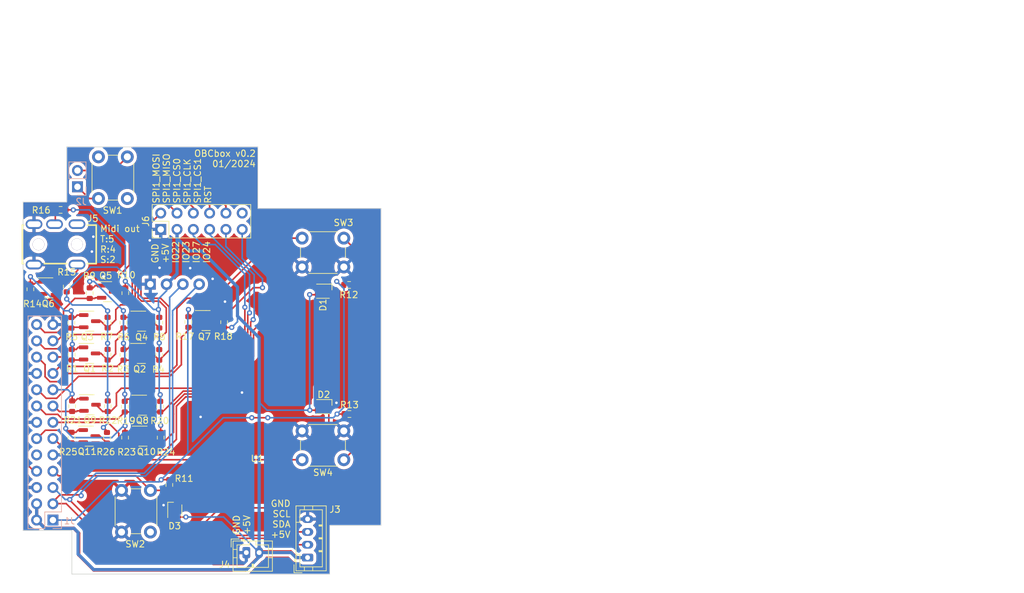
<source format=kicad_pcb>
(kicad_pcb (version 20221018) (generator pcbnew)
  (layers (0 "F.Cu" signal) (31 "B.Cu" signal) (34 "B.Paste" user) (35 "F.Paste" user) (36 "B.SilkS" user "B.Silkscreen") (37 "F.SilkS" user "F.Silkscreen") (38 "B.Mask" user) (39 "F.Mask" user) (44 "Edge.Cuts" user))
  (net 0 "")
  (net 1 "+3.3V")
  (net 2 "/SDA")
  (net 3 "/SCL")
  (net 4 "GND")
  (net 5 "/IO17")
  (net 6 "/IO27")
  (net 7 "/IO22")
  (net 8 "/SPI_MOSI")
  (net 9 "/SPI_CS1")
  (net 10 "/SPI_CS0")
  (net 11 "/IO25")
  (net 12 "/IO24")
  (net 13 "/IO23")
  (net 14 "/IO18")
  (net 15 "/UART_RX")
  (net 16 "/UART_TX")
  (net 17 "+5V")
  (net 18 "Net-(J2-Pin_2)")
  (net 19 "SPI_MISO_5V")
  (net 20 "SPI_MOSI_5V")
  (net 21 "SPI_CLK_5V")
  (net 22 "SPI_CS0_5V")
  (net 23 "SPI_CS1_5V")
  (net 25 "Net-(D1-DO)")
  (net 26 "Net-(D2-DO)")
  (net 27 "/MIDI_SNK_5")
  (net 28 "/MIDI_SRC_4")
  (net 29 "Net-(D1-DI)")
  (net 30 "/IO4")
  (net 31 "/IO23_5V")
  (net 32 "/IO22_5V")
  (net 33 "/IO27_5V")
  (net 34 "/SPI_MISO")
  (net 35 "/SPI_CLK")
  (net 36 "/IO24_5V")
  (net 37 "/RST")
  (footprint "Resistor_SMD:R_0603_1608Metric" (layer "F.Cu") (at 132.5375 97 -90)
    (fp_text reference "R10")
    (fp_text value "10k" hide)
  )
  (footprint "custom:RaspberryPi3B_Zeichnung" (layer "F.Cu") (at 216.602999 140.7162 90)
    (fp_text reference "REF**" hide)
    (fp_text value "RaspberryPi3B_Zeichnung" hide)
  )
  (footprint "custom:LED_WS2812C-2020" (layer "F.Cu") (at 163.35 96.7)
    (fp_text reference "D1")
    (fp_text value "WS2812C" hide)
  )
  (footprint "Resistor_SMD:R_0603_1608Metric" (layer "F.Cu") (at 117.7375 96.4 -90)
    (fp_text reference "R14")
    (fp_text value "10k" hide)
  )
  (footprint "Resistor_SMD:R_0603_1608Metric" (layer "F.Cu") (at 138.05 119.525 -90)
    (fp_text reference "R24")
    (fp_text value "10k" hide)
  )
  (footprint "Resistor_SMD:R_0603_1608Metric" (layer "F.Cu") (at 132.45 114.7 -90)
    (fp_text reference "R19")
    (fp_text value "10k" hide)
  )
  (footprint "custom:LED_WS2812C-2020" (layer "F.Cu") (at 163.35 114.7)
    (fp_text reference "D2")
    (fp_text value "WS2812C" hide)
  )
  (footprint "Resistor_SMD:R_0603_1608Metric" (layer "F.Cu") (at 124.125 101.625 -90)
    (fp_text reference "R5")
    (fp_text value "10k" hide)
  )
  (footprint "Resistor_SMD:R_0603_1608Metric" (layer "F.Cu") (at 142.3625 101.5 -90)
    (fp_text reference "R17")
    (fp_text value "10k" hide)
  )
  (footprint "Resistor_SMD:R_0603_1608Metric" (layer "F.Cu") (at 137.8334 101.601599 -90)
    (fp_text reference "R8")
    (fp_text value "10k" hide)
  )
  (footprint "Package_TO_SOT_SMD:SOT-23" (layer "F.Cu") (at 135.0375 106.4)
    (fp_text reference "Q2")
    (fp_text value "BSS138" hide)
  )
  (footprint "Resistor_SMD:R_0603_1608Metric" (layer "F.Cu") (at 167.475 115.85)
    (fp_text reference "R13")
    (fp_text value "10k" hide)
  )
  (footprint "Button_Switch_THT:SW_PUSH_6mm_H4.3mm" (layer "F.Cu") (at 166.6 122.975 180)
    (fp_text reference "SW4")
    (fp_text value "LAT_DOWN" hide)
  )
  (footprint "Package_TO_SOT_SMD:SOT-23" (layer "F.Cu") (at 127.025 114.4)
    (fp_text reference "Q9")
    (fp_text value "BSS138" hide)
  )
  (footprint "Resistor_SMD:R_0603_1608Metric" (layer "F.Cu") (at 122.45 84.025 180)
    (fp_text reference "R16")
    (fp_text value "220Ω" hide)
  )
  (footprint "Package_TO_SOT_SMD:SOT-23" (layer "F.Cu") (at 135.2875 119.3)
    (fp_text reference "Q10")
    (fp_text value "BSS138" hide)
  )
  (footprint "custom:LED_WS2812C-2020" (layer "F.Cu") (at 140.25 131 90)
    (fp_text reference "D3")
    (fp_text value "WS2812C" hide)
  )
  (footprint "Package_TO_SOT_SMD:SOT-23" (layer "F.Cu") (at 126.9125 119.3)
    (fp_text reference "Q11")
    (fp_text value "BSS138" hide)
  )
  (footprint "Resistor_SMD:R_0603_1608Metric" (layer "F.Cu") (at 132.5 119.525 -90)
    (fp_text reference "R23")
    (fp_text value "10k" hide)
  )
  (footprint "Resistor_SMD:R_0603_1608Metric" (layer "F.Cu") (at 132.2375 101.6 -90)
    (fp_text reference "R6")
    (fp_text value "10k" hide)
  )
  (footprint "Connector_JST:JST_PH_B4B-PH-K_1x04_P2.00mm_Vertical" (layer "F.Cu") (at 160.95 138.225001 90)
    (fp_text reference "J3")
    (fp_text value "I2C" hide)
  )
  (footprint "Resistor_SMD:R_0603_1608Metric" (layer "F.Cu") (at 126.9875 97 -90)
    (fp_text reference "R9")
    (fp_text value "10k" hide)
  )
  (footprint "Package_TO_SOT_SMD:SOT-23" (layer "F.Cu") (at 126.9916 101.373399)
    (fp_text reference "Q3")
    (fp_text value "BSS138" hide)
  )
  (footprint "Resistor_SMD:R_0603_1608Metric" (layer "F.Cu") (at 124.175 106.6 -90)
    (fp_text reference "R1")
    (fp_text value "10k" hide)
  )
  (footprint "Resistor_SMD:R_0603_1608Metric" (layer "F.Cu") (at 139.4 126.9 -90)
    (fp_text reference "R11")
    (fp_text value "10k" hide)
  )
  (footprint "Package_TO_SOT_SMD:SOT-23" (layer "F.Cu") (at 145.125 101.275)
    (fp_text reference "Q7")
    (fp_text value "BSS138" hide)
  )
  (footprint "Button_Switch_THT:SW_PUSH_6mm_H4.3mm" (layer "F.Cu") (at 132.85 75.75 -90)
    (fp_text reference "SW1")
    (fp_text value "RST" hide)
  )
  (footprint "LCSC:C18167_BOOMELE_Audiojack_withoutTip" (layer "F.Cu") (at 116.55 89.4)
    (fp_text reference "J5")
    (fp_text value "WS28A" hide)
  )
  (footprint "Package_TO_SOT_SMD:SOT-23" (layer "F.Cu") (at 135.075 101.375)
    (fp_text reference "Q4")
    (fp_text value "BSS138" hide)
  )
  (footprint "Resistor_SMD:R_0603_1608Metric" (layer "F.Cu") (at 129.775 106.6 -90)
    (fp_text reference "R2")
    (fp_text value "10k" hide)
  )
  (footprint "Resistor_SMD:R_0603_1608Metric" (layer "F.Cu") (at 137.975 114.7 -90)
    (fp_text reference "R20")
    (fp_text value "10k" hide)
  )
  (footprint "custom:SSD1306_OLED-0.96-128x64_I2C" (layer "F.Cu") (at 140.239999 105.7098)
    (fp_text reference "U1")
    (fp_text value "OLED_0.96-I2C" hide)
  )
  (footprint "Button_Switch_THT:SW_PUSH_6mm_H4.3mm" (layer "F.Cu") (at 160.1 88.425)
    (fp_text reference "SW3")
    (fp_text value "LAT_UP" hide)
  )
  (footprint "Package_TO_SOT_SMD:SOT-23" (layer "F.Cu") (at 135.2125 114.475)
    (fp_text reference "Q8")
    (fp_text value "BSS138" hide)
  )
  (footprint "Resistor_SMD:R_0603_1608Metric" (layer "F.Cu") (at 167.425 95.725)
    (fp_text reference "R12")
    (fp_text value "10k" hide)
  )
  (footprint "Resistor_SMD:R_0603_1608Metric" (layer "F.Cu") (at 129.675 119.55 -90)
    (fp_text reference "R26")
    (fp_text value "10k" hide)
  )
  (footprint "Resistor_SMD:R_0603_1608Metric" (layer "F.Cu") (at 129.8 114.625 -90)
    (fp_text reference "R22")
    (fp_text value "10k" hide)
  )
  (footprint "Resistor_SMD:R_0603_1608Metric" (layer "F.Cu") (at 132.25 106.625 -90)
    (fp_text reference "R3")
    (fp_text value "10k" hide)
  )
  (footprint "Button_Switch_THT:SW_PUSH_6mm_H4.3mm" (layer "F.Cu") (at 136.45 127.75 -90)
    (fp_text reference "SW2")
    (fp_text value "MA" hide)
  )
  (footprint "Resistor_SMD:R_0603_1608Metric" (layer "F.Cu") (at 123.4 95.975 90)
    (fp_text reference "R15")
    (fp_text value "220Ω" hide)
  )
  (footprint "Package_TO_SOT_SMD:SOT-23" (layer "F.Cu") (at 129.775 96.775)
    (fp_text reference "Q5")
    (fp_text value "BSS138" hide)
  )
  (footprint "Resistor_SMD:R_0603_1608Metric" (layer "F.Cu") (at 137.825 106.625 -90)
    (fp_text reference "R4")
    (fp_text value "10k" hide)
  )
  (footprint "Package_TO_SOT_SMD:SOT-23" (layer "F.Cu") (at 120.6 96.175)
    (fp_text reference "Q6")
    (fp_text value "BSS138" hide)
  )
  (footprint "Resistor_SMD:R_0603_1608Metric" (layer "F.Cu") (at 147.9375 101.525 90)
    (fp_text reference "R18")
    (fp_text value "10k" hide)
  )
  (footprint "Resistor_SMD:R_0603_1608Metric" (layer "F.Cu") (at 124.15 119.525 -90)
    (fp_text reference "R25")
    (fp_text value "10k" hide)
  )
  (footprint "Connector_JST:JST_PH_B2B-PH-K_1x02_P2.00mm_Vertical" (layer "F.Cu") (at 151.4 137.45)
    (fp_text reference "J4")
    (fp_text value "PWR" hide)
  )
  (footprint "Package_TO_SOT_SMD:SOT-23" (layer "F.Cu") (at 126.9625 106.4)
    (fp_text reference "Q1")
    (fp_text value "BSS138" hide)
  )
  (footprint "Resistor_SMD:R_0603_1608Metric" (layer "F.Cu") (at 124.25 114.625 -90)
    (fp_text reference "R21")
    (fp_text value "10k" hide)
  )
  (footprint "Resistor_SMD:R_0603_1608Metric" (layer "F.Cu") (at 129.775 101.6 -90)
    (fp_text reference "R7")
    (fp_text value "10k" hide)
  )
  (footprint "Connector_PinHeader_2.54mm:PinHeader_2x06_P2.54mm_Vertical" (layer "F.Cu") (at 138.06 87.065 90)
    (fp_text reference "J6")
    (fp_text value "GPIO" hide)
  )
  (footprint "Connector_PinSocket_2.54mm:PinSocket_1x02_P2.54mm_Vertical" (layer "B.Cu") (at 125.075 80.421)
    (fp_text reference "J2")
    (fp_text value "PI_RST" hide)
  )
  (footprint "Connector_PinSocket_2.54mm:PinSocket_2x13_P2.54mm_Vertical" (layer "B.Cu") (at 121.25 132.38)
    (fp_text reference "J1")
    (fp_text value "RASPI" hide)
  )
  (gr_line (start 123.4 74.2) (end 123.4 82.8) (stroke (width 0.1)) (layer "Edge.Cuts"))
  (gr_line (start 164.4 133.2) (end 164.4 140.8) (stroke (width 0.1)) (layer "Edge.Cuts"))
  (gr_line (start 153.2 74.2) (end 123.4 74.2) (stroke (width 0.1)) (layer "Edge.Cuts"))
  (gr_line (start 172.4 83.8) (end 153.2 83.8) (stroke (width 0.1)) (layer "Edge.Cuts"))
  (gr_line (start 153.2 83.8) (end 153.2 74.2) (stroke (width 0.1)) (layer "Edge.Cuts"))
  (gr_line (start 116.6 82.8) (end 116.6 134) (stroke (width 0.1)) (layer "Edge.Cuts"))
  (gr_line (start 172.4 83.8) (end 172.4 133.2) (stroke (width 0.1)) (layer "Edge.Cuts"))
  (gr_line (start 164.4 140.8) (end 124.2 140.8) (stroke (width 0.1)) (layer "Edge.Cuts"))
  (gr_line (start 124.2 140.8) (end 124.2 134) (stroke (width 0.1)) (layer "Edge.Cuts"))
  (gr_line (start 123.4 82.8) (end 116.6 82.8) (stroke (width 0.1)) (layer "Edge.Cuts"))
  (gr_line (start 172.4 133.2) (end 164.4 133.2) (stroke (width 0.1)) (layer "Edge.Cuts"))
  (gr_line (start 124.2 134) (end 116.6 134) (stroke (width 0.1)) (layer "Edge.Cuts"))
  (gr_text "GND\n+5V\nIO22\nIO23\nIO27\nIO24" (at 145.825 92.425 90) (layer "F.SilkS") (effects (font (size 1 1)) (justify left bottom)))
  (gr_text "Midi out\nT:5\nR:4\nS:2" (at 128.525 92.375) (layer "F.SilkS") (effects (font (size 1 1)) (justify left bottom)))
  (gr_text "OBCbox v0.2\n01/2024" (at 152.95 77.425) (layer "F.SilkS") (effects (font (size 1 1)) (justify right bottom)))
  (gr_text "GND\n+5V" (at 152.075 134.75 90) (layer "F.SilkS") (effects (font (size 1 1)) (justify left bottom)))
  (gr_text "GND\nSCL\nSDA\n+5V" (at 158.375 135.225) (layer "F.SilkS") (effects (font (size 1 1)) (justify right bottom)))
  (gr_text "SPI1_MOSI\nSPI1_MISO\nSPI1_CS0\nSPI1_CLK\nSPI1_CS1\nRST" (at 146 83.1 90) (layer "F.SilkS") (effects (font (size 1 1)) (justify left bottom)))
  (segment (start 132.5 118.7) (end 132.5 117.7) (width 0.25) (layer "F.Cu") (net 1))
  (segment (start 124.125 100.8) (end 124.675 100.8) (width 0.25) (layer "F.Cu") (net 1))
  (segment (start 133.45 118.35) (end 133.1 118.7) (width 0.25) (layer "F.Cu") (net 1))
  (segment (start 166.6 95.725) (end 166.05 95.725) (width 0.25) (layer "F.Cu") (net 1))
  (segment (start 134.35 118.35) (end 133.45 118.35) (width 0.25) (layer "F.Cu") (net 1))
  (segment (start 118.35 95.575) (end 117.7375 95.575) (width 0.25) (layer "F.Cu") (net 1))
  (segment (start 138.15 126.075) (end 138.125 126.1) (width 0.25) (layer "F.Cu") (net 1))
  (segment (start 142.775 100.675) (end 143.125 100.325) (width 0.25) (layer "F.Cu") (net 1))
  (segment (start 133.1 118.7) (end 132.5 118.7) (width 0.25) (layer "F.Cu") (net 1))
  (segment (start 125.175 118.35) (end 124.825 118.7) (width 0.25) (layer "F.Cu") (net 1))
  (segment (start 125.2 105.45) (end 124.875 105.775) (width 0.25) (layer "F.Cu") (net 1))
  (segment (start 134.1 105.45) (end 133.1 105.45) (width 0.25) (layer "F.Cu") (net 1))
  (segment (start 139.4 126.075) (end 138.15 126.075) (width 0.25) (layer "F.Cu") (net 1))
  (segment (start 166.05 95.725) (end 165.5 95.175) (width 0.25) (layer "F.Cu") (net 1))
  (segment (start 154.75 116.425) (end 152.25 116.425) (width 0.25) (layer "F.Cu") (net 1))
  (segment (start 132.75 105.8) (end 132.25 105.8) (width 0.25) (layer "F.Cu") (net 1))
  (segment (start 123.85 118.7) (end 123.25 118.1) (width 0.25) (layer "F.Cu") (net 1))
  (segment (start 143.125 100.325) (end 144.1875 100.325) (width 0.25) (layer "F.Cu") (net 1))
  (segment (start 126.025 105.45) (end 125.2 105.45) (width 0.25) (layer "F.Cu") (net 1))
  (segment (start 142.3625 99.5625) (end 142.375 99.55) (width 0.25) (layer "F.Cu") (net 1))
  (segment (start 133.1 105.45) (end 132.75 105.8) (width 0.25) (layer "F.Cu") (net 1))
  (segment (start 132.8 113.525) (end 134.275 113.525) (width 0.25) (layer "F.Cu") (net 1))
  (segment (start 124.175 105.775) (end 124.175 105.075) (width 0.25) (layer "F.Cu") (net 1))
  (segment (start 118.7 95.225) (end 118.35 95.575) (width 0.25) (layer "F.Cu") (net 1))
  (segment (start 126.9875 96.175) (end 126.9875 95.175) (width 0.25) (layer "F.Cu") (net 1))
  (segment (start 125.075 113.45) (end 126.0875 113.45) (width 0.25) (layer "F.Cu") (net 1))
  (segment (start 124.25 113.8) (end 124.725 113.8) (width 0.25) (layer "F.Cu") (net 1))
  (segment (start 132.45 113.875) (end 132.8 113.525) (width 0.25) (layer "F.Cu") (net 1))
  (segment (start 117.7375 95.575) (end 117.7375 94.4375) (width 0.25) (layer "F.Cu") (net 1))
  (segment (start 126.9875 96.175) (end 127.5125 96.175) (width 0.25) (layer "F.Cu") (net 1))
  (segment (start 142.3625 100.675) (end 142.775 100.675) (width 0.25) (layer "F.Cu") (net 1))
  (segment (start 124.825 118.7) (end 124.15 118.7) (width 0.25) (layer "F.Cu") (net 1))
  (segment (start 124.25 113.8) (end 124.25 112.725) (width 0.25) (layer "F.Cu") (net 1))
  (segment (start 124.875 105.775) (end 124.175 105.775) (width 0.25) (layer "F.Cu") (net 1))
  (segment (start 124.125 100.8) (end 124.125 99.775) (width 0.25) (layer "F.Cu") (net 1))
  (segment (start 124.725 113.8) (end 125.075 113.45) (width 0.25) (layer "F.Cu") (net 1))
  (segment (start 125.975 118.35) (end 125.175 118.35) (width 0.25) (layer "F.Cu") (net 1))
  (segment (start 142.3625 100.675) (end 142.3625 99.5625) (width 0.25) (layer "F.Cu") (net 1))
  (segment (start 166.65 115.85) (end 165.55 115.85) (width 0.25) (layer "F.Cu") (net 1))
  (segment (start 124.15 118.7) (end 123.85 118.7) (width 0.25) (layer "F.Cu") (net 1))
  (segment (start 133.7875 100.775) (end 134.1375 100.425) (width 0.25) (layer "F.Cu") (net 1))
  (segment (start 132.45 113.875) (end 132.45 112.75) (width 0.25) (layer "F.Cu") (net 1))
  (segment (start 132.2375 100.775) (end 133.7875 100.775) (width 0.25) (layer "F.Cu") (net 1))
  (segment (start 127.5125 96.175) (end 127.8625 95.825) (width 0.25) (layer "F.Cu") (net 1))
  (segment (start 132.2375 100.775) (end 132.2375 99.75) (width 0.25) (layer "F.Cu") (net 1))
  (segment (start 124.175 105.075) (end 124.275 104.975) (width 0.25) (layer "F.Cu") (net 1))
  (segment (start 117.7375 94.4375) (end 117.75 94.425) (width 0.25) (layer "F.Cu") (net 1))
  (segment (start 132.25 105.8) (end 132.25 104.825) (width 0.25) (layer "F.Cu") (net 1))
  (segment (start 124.675 100.8) (end 125.051601 100.423399) (width 0.25) (layer "F.Cu") (net 1))
  (segment (start 119.6625 95.225) (end 118.7 95.225) (width 0.25) (layer "F.Cu") (net 1))
  (segment (start 124.125 99.775) (end 124.1 99.75) (width 0.25) (layer "F.Cu") (net 1))
  (segment (start 125.051601 100.423399) (end 126.0541 100.423399) (width 0.25) (layer "F.Cu") (net 1))
  (segment (start 127.8625 95.825) (end 128.8375 95.825) (width 0.25) (layer "F.Cu") (net 1))
  (via (at 123.25 118.1) (size 0.8) (drill 0.4) (layers "F.Cu" "B.Cu") (net 1))
  (via (at 132.25 104.825) (size 0.8) (drill 0.4) (layers "F.Cu" "B.Cu") (net 1))
  (via (at 138.125 126.1) (size 0.8) (drill 0.4) (layers "F.Cu" "B.Cu") (net 1))
  (via (at 152.25 116.425) (size 0.8) (drill 0.4) (layers "F.Cu" "B.Cu") (net 1))
  (via (at 124.1 99.75) (size 0.8) (drill 0.4) (layers "F.Cu" "B.Cu") (net 1))
  (via (at 142.375 99.55) (size 0.8) (drill 0.4) (layers "F.Cu" "B.Cu") (net 1))
  (via (at 126.9875 95.175) (size 0.8) (drill 0.4) (layers "F.Cu" "B.Cu") (net 1))
  (via (at 165.55 115.85) (size 0.8) (drill 0.4) (layers "F.Cu" "B.Cu") (net 1))
  (via (at 132.5 117.7) (size 0.8) (drill 0.4) (layers "F.Cu" "B.Cu") (net 1))
  (via (at 132.45 112.75) (size 0.8) (drill 0.4) (layers "F.Cu" "B.Cu") (net 1))
  (via (at 132.2375 99.75) (size 0.8) (drill 0.4) (layers "F.Cu" "B.Cu") (net 1))
  (via (at 154.75 116.425) (size 0.8) (drill 0.4) (layers "F.Cu" "B.Cu") (net 1))
  (via (at 124.275 104.975) (size 0.8) (drill 0.4) (layers "F.Cu" "B.Cu") (net 1))
  (via (at 124.25 112.725) (size 0.8) (drill 0.4) (layers "F.Cu" "B.Cu") (net 1))
  (via (at 165.5 95.175) (size 0.8) (drill 0.4) (layers "F.Cu" "B.Cu") (net 1))
  (via (at 117.75 94.425) (size 0.8) (drill 0.4) (layers "F.Cu" "B.Cu") (net 1))
  (segment (start 164.975 116.425) (end 163.6 116.425) (width 0.25) (layer "B.Cu") (net 1))
  (segment (start 123.25 118.1) (end 123.25 113.725) (width 0.25) (layer "B.Cu") (net 1))
  (segment (start 165.55 115.85) (end 164.975 116.425) (width 0.25) (layer "B.Cu") (net 1))
  (segment (start 132.25 117.7) (end 132.5 117.7) (width 0.25) (layer "B.Cu") (net 1))
  (segment (start 124.275 104.975) (end 124.275 99.925) (width 0.25) (layer "B.Cu") (net 1))
  (segment (start 124.25 112.725) (end 124.275 112.7) (width 0.25) (layer "B.Cu") (net 1))
  (segment (start 127.6625 95.175) (end 132.2375 99.75) (width 0.25) (layer "B.Cu") (net 1))
  (segment (start 142.275 99.65) (end 142.275 121.95) (width 0.25) (layer "B.Cu") (net 1))
  (segment (start 123.25 113.725) (end 124.25 112.725) (width 0.25) (layer "B.Cu") (net 1))
  (segment (start 124.35 119.525) (end 130.425 119.525) (width 0.25) (layer "B.Cu") (net 1))
  (segment (start 132.45 105.025) (end 132.25 104.825) (width 0.25) (layer "B.Cu") (net 1))
  (segment (start 130.425 119.525) (end 132.25 117.7) (width 0.25) (layer "B.Cu") (net 1))
  (segment (start 132.5 117.7) (end 132.5 112.8) (width 0.25) (layer "B.Cu") (net 1))
  (segment (start 124.275 99.925) (end 124.1 99.75) (width 0.25) (layer "B.Cu") (net 1))
  (segment (start 132.25 104.825) (end 132.25 99.7625) (width 0.25) (layer "B.Cu") (net 1))
  (segment (start 124.1 99.75) (end 123.075 99.75) (width 0.25) (layer "B.Cu") (net 1))
  (segment (start 123.25 118.1) (end 123.25 118.425) (width 0.25) (layer "B.Cu") (net 1))
  (segment (start 152.25 116.425) (end 147.8 116.425) (width 0.25) (layer "B.Cu") (net 1))
  (segment (start 142.275 121.95) (end 138.125 126.1) (width 0.25) (layer "B.Cu") (net 1))
  (segment (start 124.275 112.7) (end 124.275 104.975) (width 0.25) (layer "B.Cu") (net 1))
  (segment (start 123.075 99.75) (end 117.75 94.425) (width 0.25) (layer "B.Cu") (net 1))
  (segment (start 142.375 99.55) (end 142.275 99.65) (width 0.25) (layer "B.Cu") (net 1))
  (segment (start 165.55 115.85) (end 166.625 114.775) (width 0.25) (layer "B.Cu") (net 1))
  (segment (start 123.25 118.425) (end 124.35 119.525) (width 0.25) (layer "B.Cu") (net 1))
  (segment (start 126.9875 95.175) (end 127.6625 95.175) (width 0.25) (layer "B.Cu") (net 1))
  (segment (start 163.6 116.425) (end 154.75 116.425) (width 0.25) (layer "B.Cu") (net 1))
  (segment (start 130.675 126.425) (end 137.8 126.425) (width 0.25) (layer "B.Cu") (net 1))
  (segment (start 166.625 96.3) (end 165.5 95.175) (width 0.25) (layer "B.Cu") (net 1))
  (segment (start 132.45 112.75) (end 132.45 105.025) (width 0.25) (layer "B.Cu") (net 1))
  (segment (start 147.8 116.425) (end 142.275 121.95) (width 0.25) (layer "B.Cu") (net 1))
  (segment (start 132.5 112.8) (end 132.45 112.75) (width 0.25) (layer "B.Cu") (net 1))
  (segment (start 132.25 99.7625) (end 132.2375 99.75) (width 0.25) (layer "B.Cu") (net 1))
  (segment (start 123.585 112.06) (end 121.25 112.06) (width 0.25) (layer "B.Cu") (net 1))
  (segment (start 137.8 126.425) (end 138.125 126.1) (width 0.25) (layer "B.Cu") (net 1))
  (segment (start 124.72 132.38) (end 130.675 126.425) (width 0.25) (layer "B.Cu") (net 1))
  (segment (start 166.625 114.775) (end 166.625 96.3) (width 0.25) (layer "B.Cu") (net 1))
  (segment (start 121.25 132.38) (end 124.72 132.38) (width 0.25) (layer "B.Cu") (net 1))
  (segment (start 124.25 112.725) (end 123.585 112.06) (width 0.25) (layer "B.Cu") (net 1))
  (segment (start 128.15 138.975) (end 145.475 138.975) (width 0.25) (layer "F.Cu") (net 2))
  (segment (start 149.225 135.225) (end 154.9 135.225) (width 0.25) (layer "F.Cu") (net 2))
  (segment (start 154.9 135.225) (end 155.9 136.225) (width 0.25) (layer "F.Cu") (net 2))
  (segment (start 155.9 136.225) (end 160.95 136.225001) (width 0.25) (layer "F.Cu") (net 2))
  (segment (start 121.799196 129.8122) (end 121.261999 129.8122) (width 0.25) (layer "F.Cu") (net 2))
  (segment (start 145.475 138.975) (end 149.225 135.225) (width 0.25) (layer "F.Cu") (net 2))
  (segment (start 122.34 128.45) (end 125.525 128.45) (width 0.25) (layer "F.Cu") (net 2))
  (segment (start 125.525 128.45) (end 125.65 128.575) (width 0.25) (layer "F.Cu") (net 2))
  (segment (start 126.55 137.375) (end 128.15 138.975) (width 0.25) (layer "F.Cu") (net 2))
  (segment (start 126.55 133.05) (end 126.55 137.375) (width 0.25) (layer "F.Cu") (net 2))
  (segment (start 123.3122 129.8122) (end 126.55 133.05) (width 0.25) (layer "F.Cu") (net 2))
  (segment (start 121.175 129.615) (end 122.34 128.45) (width 0.25) (layer "F.Cu") (net 2))
  (segment (start 121.261999 129.8122) (end 123.3122 129.8122) (width 0.25) (layer "F.Cu") (net 2))
  (via (at 125.65 128.575) (size 0.8) (drill 0.4) (layers "F.Cu" "B.Cu") (net 2))
  (segment (start 144.049999 95.6078) (end 139.9 99.757799) (width 0.25) (layer "B.Cu") (net 2))
  (segment (start 125.65 128.075) (end 128.2 125.525) (width 0.25) (layer "B.Cu") (net 2))
  (segment (start 139.9 99.757799) (end 139.9 100.4) (width 0.25) (layer "B.Cu") (net 2))
  (segment (start 139.9 121.3) (end 139.9 100.4) (width 0.25) (layer "B.Cu") (net 2))
  (segment (start 128.2 125.525) (end 135.675 125.525) (width 0.25) (layer "B.Cu") (net 2))
  (segment (start 125.65 128.575) (end 125.65 128.075) (width 0.25) (layer "B.Cu") (net 2))
  (segment (start 135.675 125.525) (end 139.9 121.3) (width 0.25) (layer "B.Cu") (net 2))
  (segment (start 149.038604 134.775) (end 145.313604 138.5) (width 0.25) (layer "F.Cu") (net 3))
  (segment (start 145.313604 138.5) (end 128.311396 138.5) (width 0.25) (layer "F.Cu") (net 3))
  (segment (start 127.025 137.213604) (end 127.025 132.425) (width 0.25) (layer "F.Cu") (net 3))
  (segment (start 127.025 132.425) (end 123.875 129.275) (width 0.25) (layer "F.Cu") (net 3))
  (segment (start 160.95 134.225001) (end 158.474999 134.225001) (width 0.25) (layer "F.Cu") (net 3))
  (segment (start 128.311396 138.5) (end 127.025 137.213604) (width 0.25) (layer "F.Cu") (net 3))
  (segment (start 157.925 134.775) (end 149.038604 134.775) (width 0.25) (layer "F.Cu") (net 3))
  (segment (start 123.875 129.275) (end 123.875 129.175) (width 0.25) (layer "F.Cu") (net 3))
  (segment (start 158.474999 134.225001) (end 157.925 134.775) (width 0.25) (layer "F.Cu") (net 3))
  (via (at 123.875 129.175) (size 0.8) (drill 0.4) (layers "F.Cu" "B.Cu") (net 3))
  (segment (start 139.45 97.667799) (end 141.509999 95.6078) (width 0.25) (layer "B.Cu") (net 3))
  (segment (start 127.975 125.075) (end 135.475 125.075) (width 0.25) (layer "B.Cu") (net 3))
  (segment (start 123.875 129.175) (end 127.975 125.075) (width 0.25) (layer "B.Cu") (net 3))
  (segment (start 139.45 121.1) (end 139.45 97.667799) (width 0.25) (layer "B.Cu") (net 3))
  (segment (start 121.261999 127.2722) (end 123.164799 129.175) (width 0.25) (layer "B.Cu") (net 3))
  (segment (start 135.475 125.075) (end 139.45 121.1) (width 0.25) (layer "B.Cu") (net 3))
  (segment (start 123.164799 129.175) (end 123.875 129.175) (width 0.25) (layer "B.Cu") (net 3))
  (segment (start 165.4 114.15) (end 165.45 114.1) (width 0.25) (layer "F.Cu") (net 4))
  (segment (start 139.7 130.085) (end 138.535 130.085) (width 0.25) (layer "F.Cu") (net 4))
  (segment (start 164.265 114.15) (end 165.4 114.15) (width 0.25) (layer "F.Cu") (net 4))
  (segment (start 138.535 130.085) (end 138.5 130.05) (width 0.25) (layer "F.Cu") (net 4))
  (via (at 127.325 90.525) (size 0.8) (drill 0.4) (layers "F.Cu" "B.Cu") (net 4))
  (via (at 137.875 93.05) (size 0.8) (drill 0.4) (layers "F.Cu" "B.Cu") (net 4))
  (via (at 142.65 93.1) (size 0.8) (drill 0.4) (layers "F.Cu" "B.Cu") (net 4))
  (via (at 165.45 114.1) (size 0.8) (drill 0.4) (layers "F.Cu" "B.Cu") (net 4))
  (via (at 127.55 88.2) (size 0.8) (drill 0.4) (layers "F.Cu" "B.Cu") (net 4))
  (via (at 138.5 130.05) (size 0.8) (drill 0.4) (layers "F.Cu" "B.Cu") (net 4))
  (via (at 136.35 88.775) (size 0.8) (drill 0.4) (layers "F.Cu" "B.Cu") (net 4))
  (via (at 129.125 94.4) (size 0.8) (drill 0.4) (layers "F.Cu" "B.Cu") (net 4))
  (via (at 144.275 116.3) (size 0.8) (drill 0.4) (layers "F.Cu" "B.Cu") (net 4))
  (via (at 150.725 112.5) (size 0.8) (drill 0.4) (layers "F.Cu" "B.Cu") (net 4))
  (via (at 146.15 94.775) (size 0.8) (drill 0.4) (layers "F.Cu" "B.Cu") (net 4))
  (via (at 148.075 98.325) (size 0.8) (drill 0.4) (layers "F.Cu" "B.Cu") (net 4))
  (segment (start 138.06 91.165) (end 138.06 87.065) (width 0.5) (layer "B.Cu") (net 4))
  (segment (start 136.429999 92.795001) (end 138.06 91.165) (width 0.5) (layer "B.Cu") (net 4))
  (segment (start 136.429999 95.6078) (end 136.429999 92.795001) (width 0.5) (layer "B.Cu") (net 4))
  (segment (start 155.9 122.975) (end 158.275 122.975) (width 0.25) (layer "F.Cu") (net 5))
  (segment (start 168.45 121.125) (end 168.45 116) (width 0.25) (layer "F.Cu") (net 5))
  (segment (start 166.6 122.975) (end 168.45 121.125) (width 0.25) (layer "F.Cu") (net 5))
  (segment (start 160.1 122.975) (end 155.9 122.975) (width 0.25) (layer "F.Cu") (net 5))
  (segment (start 121.175 119.455) (end 124.695 122.975) (width 0.25) (layer "F.Cu") (net 5))
  (segment (start 168.45 116) (end 168.3 115.85) (width 0.25) (layer "F.Cu") (net 5))
  (segment (start 124.695 122.975) (end 155.9 122.975) (width 0.25) (layer "F.Cu") (net 5))
  (segment (start 129.825 117.15) (end 131.525 118.85) (width 0.25) (layer "F.Cu") (net 6))
  (segment (start 131.525 119.975) (end 131.9 120.35) (width 0.25) (layer "F.Cu") (net 6))
  (segment (start 121.41 117.15) (end 129.825 117.15) (width 0.25) (layer "F.Cu") (net 6))
  (segment (start 134.35 120.25) (end 132.6 120.25) (width 0.25) (layer "F.Cu") (net 6))
  (segment (start 132.6 120.25) (end 132.5 120.35) (width 0.25) (layer "F.Cu") (net 6))
  (segment (start 121.175 116.915) (end 121.41 117.15) (width 0.25) (layer "F.Cu") (net 6))
  (segment (start 131.9 120.35) (end 132.5 120.35) (width 0.25) (layer "F.Cu") (net 6))
  (segment (start 131.525 118.85) (end 131.525 119.975) (width 0.25) (layer "F.Cu") (net 6))
  (segment (start 121.175 114.375) (end 122.25 115.45) (width 0.25) (layer "F.Cu") (net 7))
  (segment (start 124.95 115.45) (end 125.05 115.35) (width 0.25) (layer "F.Cu") (net 7))
  (segment (start 124.25 115.45) (end 124.95 115.45) (width 0.25) (layer "F.Cu") (net 7))
  (segment (start 122.25 115.45) (end 124.25 115.45) (width 0.25) (layer "F.Cu") (net 7))
  (segment (start 125.05 115.35) (end 126.0875 115.35) (width 0.25) (layer "F.Cu") (net 7))
  (segment (start 134 107.45) (end 134.1 107.35) (width 0.25) (layer "F.Cu") (net 8))
  (segment (start 131.275 108.425) (end 122.325 108.425) (width 0.25) (layer "F.Cu") (net 8))
  (segment (start 122.325 108.425) (end 121.261999 109.488001) (width 0.25) (layer "F.Cu") (net 8))
  (segment (start 121.261999 109.488001) (end 121.261999 109.4922) (width 0.25) (layer "F.Cu") (net 8))
  (segment (start 132.25 107.45) (end 131.275 108.425) (width 0.25) (layer "F.Cu") (net 8))
  (segment (start 132.25 107.45) (end 134 107.45) (width 0.25) (layer "F.Cu") (net 8))
  (segment (start 122.9008 102.2242) (end 122 103.125) (width 0.25) (layer "F.Cu") (net 9))
  (segment (start 126.9875 97.825) (end 127.775 97.825) (width 0.25) (layer "F.Cu") (net 9))
  (segment (start 118.721999 101.8722) (end 119.974799 103.125) (width 0.25) (layer "F.Cu") (net 9))
  (segment (start 122.9008 101.3742) (end 122.9008 102.2242) (width 0.25) (layer "F.Cu") (net 9))
  (segment (start 119.974799 103.125) (end 122 103.125) (width 0.25) (layer "F.Cu") (net 9))
  (segment (start 127.775 97.825) (end 127.875 97.725) (width 0.25) (layer "F.Cu") (net 9))
  (segment (start 122.925 99.575) (end 123.0125 99.4875) (width 0.25) (layer "F.Cu") (net 9))
  (segment (start 123.0125 99.4875) (end 124.675 97.825) (width 0.25) (layer "F.Cu") (net 9))
  (segment (start 123.0125 99.4875) (end 122.9008 99.5992) (width 0.25) (layer "F.Cu") (net 9))
  (segment (start 127.875 97.725) (end 128.8375 97.725) (width 0.25) (layer "F.Cu") (net 9))
  (segment (start 124.675 97.825) (end 126.9875 97.825) (width 0.25) (layer "F.Cu") (net 9))
  (segment (start 122.9008 99.5992) (end 122.9008 102.2242) (width 0.25) (layer "F.Cu") (net 9))
  (segment (start 118.721999 104.4122) (end 119.984799 105.675) (width 0.25) (layer "F.Cu") (net 10))
  (segment (start 132.2375 102.425) (end 134.0375 102.425) (width 0.25) (layer "F.Cu") (net 10))
  (segment (start 124.25 103.45) (end 131.2125 103.45) (width 0.25) (layer "F.Cu") (net 10))
  (segment (start 131.2125 103.45) (end 132.2375 102.425) (width 0.25) (layer "F.Cu") (net 10))
  (segment (start 134.0375 102.425) (end 134.1375 102.325) (width 0.25) (layer "F.Cu") (net 10))
  (segment (start 122.025 105.675) (end 124.25 103.45) (width 0.25) (layer "F.Cu") (net 10))
  (segment (start 119.984799 105.675) (end 122.025 105.675) (width 0.25) (layer "F.Cu") (net 10))
  (segment (start 120.025 108.145) (end 120.025 110.025) (width 0.25) (layer "F.Cu") (net 11))
  (segment (start 139.275 109.525) (end 140.575 108.225) (width 0.25) (layer "F.Cu") (net 11))
  (segment (start 120.8 110.8) (end 122.225 110.8) (width 0.25) (layer "F.Cu") (net 11))
  (segment (start 168.25 90.075) (end 166.6 88.425) (width 0.25) (layer "F.Cu") (net 11))
  (segment (start 142.15 97.8) (end 146.375 97.8) (width 0.25) (layer "F.Cu") (net 11))
  (segment (start 118.635 106.755) (end 120.025 108.145) (width 0.25) (layer "F.Cu") (net 11))
  (segment (start 155.75 88.425) (end 160.1 88.425) (width 0.25) (layer "F.Cu") (net 11))
  (segment (start 122.225 110.8) (end 123.15 109.875) (width 0.25) (layer "F.Cu") (net 11))
  (segment (start 146.375 97.8) (end 155.75 88.425) (width 0.25) (layer "F.Cu") (net 11))
  (segment (start 140.575 99.375) (end 142.15 97.8) (width 0.25) (layer "F.Cu") (net 11))
  (segment (start 140.575 108.225) (end 140.575 103.325) (width 0.25) (layer "F.Cu") (net 11))
  (segment (start 168.25 95.725) (end 168.25 90.075) (width 0.25) (layer "F.Cu") (net 11))
  (segment (start 140.575 103.325) (end 140.575 99.375) (width 0.25) (layer "F.Cu") (net 11))
  (segment (start 123.5 109.525) (end 129.55 109.525) (width 0.25) (layer "F.Cu") (net 11))
  (segment (start 123.15 109.875) (end 123.5 109.525) (width 0.25) (layer "F.Cu") (net 11))
  (segment (start 120.025 110.025) (end 120.8 110.8) (width 0.25) (layer "F.Cu") (net 11))
  (segment (start 140.575 103.325) (end 140.575 102.95) (width 0.25) (layer "F.Cu") (net 11))
  (segment (start 129.55 109.525) (end 139.275 109.525) (width 0.25) (layer "F.Cu") (net 11))
  (segment (start 144.0875 102.325) (end 144.1875 102.225) (width 0.25) (layer "F.Cu") (net 12))
  (segment (start 141.275 103.875) (end 142.3625 102.7875) (width 0.25) (layer "F.Cu") (net 12))
  (segment (start 120.2 113.4) (end 121.825 113.4) (width 0.25) (layer "F.Cu") (net 12))
  (segment (start 142.3625 102.7875) (end 142.3625 102.325) (width 0.25) (layer "F.Cu") (net 12))
  (segment (start 121.825 113.4) (end 125.25 109.975) (width 0.25) (layer "F.Cu") (net 12))
  (segment (start 142.3625 102.325) (end 144.0875 102.325) (width 0.25) (layer "F.Cu") (net 12))
  (segment (start 141.275 108.161396) (end 141.275 103.875) (width 0.25) (layer "F.Cu") (net 12))
  (segment (start 125.25 109.975) (end 139.461396 109.975) (width 0.25) (layer "F.Cu") (net 12))
  (segment (start 139.461396 109.975) (end 141.275 108.161396) (width 0.25) (layer "F.Cu") (net 12))
  (segment (start 118.635 111.835) (end 120.2 113.4) (width 0.25) (layer "F.Cu") (net 12))
  (segment (start 132.45 115.525) (end 134.175 115.525) (width 0.25) (layer "F.Cu") (net 13))
  (segment (start 131.35 116.625) (end 132.45 115.525) (width 0.25) (layer "F.Cu") (net 13))
  (segment (start 118.635 114.375) (end 120.16 115.9) (width 0.25) (layer "F.Cu") (net 13))
  (segment (start 134.175 115.525) (end 134.275 115.425) (width 0.25) (layer "F.Cu") (net 13))
  (segment (start 120.16 115.9) (end 122 115.9) (width 0.25) (layer "F.Cu") (net 13))
  (segment (start 122 115.9) (end 122.725 116.625) (width 0.25) (layer "F.Cu") (net 13))
  (segment (start 122.725 116.625) (end 131.35 116.625) (width 0.25) (layer "F.Cu") (net 13))
  (segment (start 123.25 120.225) (end 123.25 120.25) (width 0.25) (layer "F.Cu") (net 14))
  (segment (start 125.975 120.25) (end 124.25 120.25) (width 0.25) (layer "F.Cu") (net 14))
  (segment (start 122.05 118.375) (end 122.875 119.2) (width 0.25) (layer "F.Cu") (net 14))
  (segment (start 122.875 119.85) (end 123.25 120.225) (width 0.25) (layer "F.Cu") (net 14))
  (segment (start 122.875 119.2) (end 122.875 119.85) (width 0.25) (layer "F.Cu") (net 14))
  (segment (start 124.05 120.25) (end 124.15 120.35) (width 0.25) (layer "F.Cu") (net 14))
  (segment (start 118.76 119.7) (end 120.085 118.375) (width 0.25) (layer "F.Cu") (net 14))
  (segment (start 124.25 120.25) (end 124.15 120.35) (width 0.25) (layer "F.Cu") (net 14))
  (segment (start 123.25 120.25) (end 124.05 120.25) (width 0.25) (layer "F.Cu") (net 14))
  (segment (start 120.085 118.375) (end 122.05 118.375) (width 0.25) (layer "F.Cu") (net 14))
  (segment (start 117.025 123.5) (end 118.06 124.535) (width 0.25) (layer "F.Cu") (net 16))
  (segment (start 117.7375 97.4375) (end 117.025 98.15) (width 0.25) (layer "F.Cu") (net 16))
  (segment (start 117.7375 97.225) (end 118.425 97.225) (width 0.25) (layer "F.Cu") (net 16))
  (segment (start 117.025 98.15) (end 117.025 123.5) (width 0.25) (layer "F.Cu") (net 16))
  (segment (start 117.7375 97.225) (end 117.7375 97.4375) (width 0.25) (layer "F.Cu") (net 16))
  (segment (start 118.525 97.125) (end 119.6625 97.125) (width 0.25) (layer "F.Cu") (net 16))
  (segment (start 118.425 97.225) (end 118.525 97.125) (width 0.25) (layer "F.Cu") (net 16))
  (segment (start 118.06 124.535) (end 118.635 124.535) (width 0.25) (layer "F.Cu") (net 16))
  (segment (start 127.625 140.175) (end 125.275 137.825) (width 0.5) (layer "F.Cu") (net 17))
  (segment (start 129.675 118.5) (end 129.125 117.95) (width 0.25) (layer "F.Cu") (net 17))
  (segment (start 125.275 134.4272) (end 124.5 133.6522) (width 0.5) (layer "F.Cu") (net 17))
  (segment (start 137.975 113.875) (end 137.975 112.825) (width 0.25) (layer "F.Cu") (net 17))
  (segment (start 140.8 131.915) (end 141.96 131.915) (width 0.25) (layer "F.Cu") (net 17))
  (segment (start 129.775 105.775) (end 129.775 104.825) (width 0.25) (layer "F.Cu") (net 17))
  (segment (start 137.825 105.8) (end 137.825 104.775) (width 0.25) (layer "F.Cu") (net 17))
  (segment (start 162.435 97.25) (end 161.3 97.25) (width 0.25) (layer "F.Cu") (net 17))
  (segment (start 137.8334 99.6834) (end 137.7 99.55) (width 0.25) (layer "F.Cu") (net 17))
  (segment (start 158.325 137.325) (end 159.225 138.225) (width 0.5) (layer "F.Cu") (net 17))
  (segment (start 161.3 97.25) (end 161.275 97.225) (width 0.25) (layer "F.Cu") (net 17))
  (segment (start 141.96 131.915) (end 141.975 131.9) (width 0.25) (layer "F.Cu") (net 17))
  (segment (start 153.274999 138.200001) (end 151.3 140.175) (width 0.5) (layer "F.Cu") (net 17))
  (segment (start 123.275 84.025) (end 124.425 84.025) (width 0.25) (layer "F.Cu") (net 17))
  (segment (start 129.8 113.8) (end 129.8 112.75) (width 0.25) (layer "F.Cu") (net 17))
  (segment (start 118.721999 132.3522) (end 118.721999 129.8122) (width 0.5) (layer "F.Cu") (net 17))
  (segment (start 138.05 118.7) (end 138.05 117.625) (width 0.25) (layer "F.Cu") (net 17))
  (segment (start 147.9375 102.35) (end 149.125 102.35) (width 0.25) (layer "F.Cu") (net 17))
  (segment (start 162.435 115.25) (end 161.3 115.25) (width 0.25) (layer "F.Cu") (net 17))
  (segment (start 153.274999 137.325) (end 158.325 137.325) (width 0.5) (layer "F.Cu") (net 17))
  (segment (start 137.8334 100.776599) (end 137.8334 99.6834) (width 0.25) (layer "F.Cu") (net 17))
  (segment (start 151.3 140.175) (end 127.625 140.175) (width 0.5) (layer "F.Cu") (net 17))
  (segment (start 159.225 138.225) (end 160.95 138.225001) (width 0.5) (layer "F.Cu") (net 17))
  (segment (start 118.721999 132.3522) (end 120.021999 133.6522) (width 0.5) (layer "F.Cu") (net 17))
  (segment (start 120.021999 133.6522) (end 124.5 133.6522) (width 0.5) (layer "F.Cu") (net 17))
  (segment (start 129.8 112.75) (end 129.775 112.725) (width 0.25) (layer "F.Cu") (net 17))
  (segment (start 123.4 96.8) (end 123.4 97.925) (width 0.25) (layer "F.Cu") (net 17))
  (segment (start 132.5375 96.175) (end 132.5375 95.15) (width 0.25) (layer "F.Cu") (net 17))
  (segment (start 129.675 118.725) (end 129.675 118.5) (width 0.25) (layer "F.Cu") (net 17))
  (segment (start 129.775 100.775) (end 129.775 99.775) (width 0.25) (layer "F.Cu") (net 17))
  (segment (start 153.274999 137.325) (end 153.274999 138.200001) (width 0.5) (layer "F.Cu") (net 17))
  (segment (start 125.275 137.825) (end 125.275 134.4272) (width 0.5) (layer "F.Cu") (net 17))
  (via (at 129.775 99.775) (size 0.8) (drill 0.4) (layers "F.Cu" "B.Cu") (net 17))
  (via (at 141.975 131.9) (size 0.8) (drill 0.4) (layers "F.Cu" "B.Cu") (net 17))
  (via (at 137.975 112.825) (size 0.8) (drill 0.4) (layers "F.Cu" "B.Cu") (net 17))
  (via (at 137.825 104.775) (size 0.8) (drill 0.4) (layers "F.Cu" "B.Cu") (net 17))
  (via (at 161.275 97.225) (size 0.8) (drill 0.4) (layers "F.Cu" "B.Cu") (net 17))
  (via (at 137.7 99.55) (size 0.8) (drill 0.4) (layers "F.Cu" "B.Cu") (net 17))
  (via (at 124.425 84.025) (size 0.8) (drill 0.4) (layers "F.Cu" "B.Cu") (net 17))
  (via (at 129.125 117.95) (size 0.8) (drill 0.4) (layers "F.Cu" "B.Cu") (net 17))
  (via (at 123.4 97.925) (size 0.8) (drill 0.4) (layers "F.Cu" "B.Cu") (net 17))
  (via (at 129.775 112.725) (size 0.8) (drill 0.4) (layers "F.Cu" "B.Cu") (net 17))
  (via (at 132.5375 95.15) (size 0.8) (drill 0.4) (layers "F.Cu" "B.Cu") (net 17))
  (via (at 129.775 104.825) (size 0.8) (drill 0.4) (layers "F.Cu" "B.Cu") (net 17))
  (via (at 138.05 117.625) (size 0.8) (drill 0.4) (layers "F.Cu" "B.Cu") (net 17))
  (via (at 149.125 102.35) (size 0.8) (drill 0.4) (layers "F.Cu" "B.Cu") (net 17))
  (via (at 161.3 115.25) (size 0.8) (drill 0.4) (layers "F.Cu" "B.Cu") (net 17))
  (segment (start 158.375 137.45) (end 159.150001 138.225001) (width 0.5) (layer "B.Cu") (net 17))
  (segment (start 123.4 97.975) (end 123.4 97.925) (width 0.25) (layer "B.Cu") (net 17))
  (segment (start 140.6 87.065) (end 140.6 88.425) (width 0.5) (layer "B.Cu") (net 17))
  (segment (start 129.775 117.3) (end 129.775 112.725) (width 0.25) (layer "B.Cu") (net 17))
  (segment (start 144.4 90.425) (end 150.025 96.05) (width 0.5) (layer "B.Cu") (net 17))
  (segment (start 123.4 97.925) (end 123.4 96.7) (width 0.25) (layer "B.Cu") (net 17))
  (segment (start 125.175 137.675) (end 127.6 140.1) (width 0.5) (layer "B.Cu") (net 17))
  (segment (start 138.969999 96.630001) (end 137.7 97.9) (width 0.25) (layer "B.Cu") (net 17))
  (segment (start 150.025 96.05) (end 150.025 100.575) (width 0.5) (layer "B.Cu") (net 17))
  (segment (start 137.825 99.675) (end 137.7 99.55) (width 0.25) (layer "B.Cu") (net 17))
  (segment (start 142.6 90.425) (end 144.4 90.425) (width 0.5) (layer "B.Cu") (net 17))
  (segment (start 124.555 133.68) (end 125.175 134.3) (width 0.5) (layer "B.Cu") (net 17))
  (segment (start 153.4 103.95) (end 153.4 114.025) (width 0.5) (layer "B.Cu") (net 17))
  (segment (start 132.5375 89.6125) (end 132.5375 94.675) (width 0.25) (layer "B.Cu") (net 17))
  (segment (start 118.71 129.84) (end 118.71 132.38) (width 0.5) (layer "B.Cu") (net 17))
  (segment (start 131.25 92.95) (end 132.5375 94.2375) (width 0.25) (layer "B.Cu") (net 17))
  (segment (start 137.825 112.675) (end 137.975 112.825) (width 0.25) (layer "B.Cu") (net 17))
  (segment (start 127.15 92.95) (end 131.25 92.95) (width 0.25) (layer "B.Cu") (net 17))
  (segment (start 127.6 140.1) (end 151.425 140.1) (width 0.5) (layer "B.Cu") (net 17))
  (segment (start 138.05 112.9) (end 137.975 112.825) (width 0.25) (layer "B.Cu") (net 17))
  (segment (start 149.125 102.35) (end 150.025 101.45) (width 0.25) (layer "B.Cu") (net 17))
  (segment (start 150.025 101.45) (end 150.025 100.575) (width 0.25) (layer "B.Cu") (net 17))
  (segment (start 161.3 115.25) (end 161.275 115.225) (width 0.25) (layer "B.Cu") (net 17))
  (segment (start 124.425 84.025) (end 126.95 84.025) (width 0.25) (layer "B.Cu") (net 17))
  (segment (start 161.275 115.225) (end 161.275 97.225) (width 0.25) (layer "B.Cu") (net 17))
  (segment (start 141.975 131.9) (end 147.85 131.9) (width 0.25) (layer "B.Cu") (net 17))
  (segment (start 128.85 98.85) (end 124.275 98.85) (width 0.25) (layer "B.Cu") (net 17))
  (segment (start 153.4 138.125) (end 153.4 137.45) (width 0.5) (layer "B.Cu") (net 17))
  (segment (start 129.125 117.95) (end 129.775 117.3) (width 0.25) (layer "B.Cu") (net 17))
  (segment (start 132.5375 95.15) (end 136.9375 99.55) (width 0.25) (layer "B.Cu") (net 17))
  (segment (start 147.85 131.9) (end 153.4 137.45) (width 0.25) (layer "B.Cu") (net 17))
  (segment (start 137.825 104.775) (end 137.825 99.675) (width 0.25) (layer "B.Cu") (net 17))
  (segment (start 140.6 88.425) (end 142.6 90.425) (width 0.5) (layer "B.Cu") (net 17))
  (segment (start 140.6 93.977799) (end 138.969999 95.6078) (width 0.5) (layer "B.Cu") (net 17))
  (segment (start 129.775 99.775) (end 128.85 98.85) (width 0.25) (layer "B.Cu") (net 17))
  (segment (start 140.6 87.065) (end 140.6 93.977799) (width 0.5) (layer "B.Cu") (net 17))
  (segment (start 132.5375 94.2375) (end 132.5375 94.675) (width 0.25) (layer "B.Cu") (net 17))
  (segment (start 154.625 115.25) (end 153.4 114.025) (width 0.25) (layer "B.Cu") (net 17))
  (segment (start 124.275 98.85) (end 123.4 97.975) (width 0.25) (layer "B.Cu") (net 17))
  (segment (start 161.3 115.25) (end 154.625 115.25) (width 0.25) (layer "B.Cu") (net 17))
  (segment (start 138.969999 95.6078) (end 138.969999 96.630001) (width 0.25) (layer "B.Cu") (net 17))
  (segment (start 125.175 134.3) (end 125.175 137.675) (width 0.5) (layer "B.Cu") (net 17))
  (segment (start 129.775 104.825) (end 129.775 99.775) (width 0.25) (layer "B.Cu") (net 17))
  (segment (start 126.95 84.025) (end 132.5375 89.6125) (width 0.25) (layer "B.Cu") (net 17))
  (segment (start 123.4 96.7) (end 127.15 92.95) (width 0.25) (layer "B.Cu") (net 17))
  (segment (start 150.025 100.575) (end 153.4 103.95) (width 0.5) (layer "B.Cu") (net 17))
  (segment (start 153.4 137.45) (end 158.375 137.45) (width 0.5) (layer "B.Cu") (net 17))
  (segment (start 138.05 117.625) (end 138.05 112.9) (width 0.25) (layer "B.Cu") (net 17))
  (segment (start 118.71 132.38) (end 120.01 133.68) (width 0.5) (layer "B.Cu") (net 17))
  (segment (start 159.150001 138.225001) (end 160.95 138.225001) (width 0.5) (layer "B.Cu") (net 17))
  (segment (start 120.01 133.68) (end 124.555 133.68) (width 0.5) (layer "B.Cu") (net 17))
  (segment (start 136.9375 99.55) (end 137.7 99.55) (width 0.25) (layer "B.Cu") (net 17))
  (segment (start 129.775 112.725) (end 129.775 104.825) (width 0.25) (layer "B.Cu") (net 17))
  (segment (start 137.7 97.9) (end 137.7 99.55) (width 0.25) (layer "B.Cu") (net 17))
  (segment (start 132.5375 94.675) (end 132.5375 95.15) (width 0.25) (layer "B.Cu") (net 17))
  (segment (start 137.825 104.775) (end 137.825 112.675) (width 0.25) (layer "B.Cu") (net 17))
  (segment (start 153.4 114.025) (end 153.4 137.45) (width 0.5) (layer "B.Cu") (net 17))
  (segment (start 151.425 140.1) (end 153.4 138.125) (width 0.5) (layer "B.Cu") (net 17))
  (segment (start 125.075 77.881) (end 130.719 77.881) (width 0.25) (layer "F.Cu") (net 18))
  (segment (start 130.719 77.881) (end 132.85 75.75) (width 0.25) (layer "F.Cu") (net 18))
  (segment (start 138.225 103.775) (end 138.925 103.075) (width 0.25) (layer "F.Cu") (net 19))
  (segment (start 131.025 104.475) (end 131.725 103.775) (width 0.25) (layer "F.Cu") (net 19))
  (segment (start 127.9 106.4) (end 128.75 106.4) (width 0.25) (layer "F.Cu") (net 19))
  (segment (start 130.075 107.425) (end 131.025 106.475) (width 0.25) (layer "F.Cu") (net 19))
  (segment (start 138.925 103.075) (end 138.925 99.325) (width 0.25) (layer "F.Cu") (net 19))
  (segment (start 136.625 85.25) (end 136.625 83.8) (width 0.25) (layer "F.Cu") (net 19))
  (segment (start 134.525 97.7) (end 134.525 87.35) (width 0.25) (layer "F.Cu") (net 19))
  (segment (start 131.025 106.475) (end 131.025 104.475) (width 0.25) (layer "F.Cu") (net 19))
  (segment (start 138.925 99.325) (end 137.85 98.25) (width 0.25) (layer "F.Cu") (net 19))
  (segment (start 137.85 98.25) (end 135.075 98.25) (width 0.25) (layer "F.Cu") (net 19))
  (segment (start 139.175 83.1) (end 140.6 84.525) (width 0.25) (layer "F.Cu") (net 19))
  (segment (start 137.325 83.1) (end 139.175 83.1) (width 0.25) (layer "F.Cu") (net 19))
  (segment (start 129.775 107.425) (end 130.075 107.425) (width 0.25) (layer "F.Cu") (net 19))
  (segment (start 134.525 87.35) (end 136.625 85.25) (width 0.25) (layer "F.Cu") (net 19))
  (segment (start 131.725 103.775) (end 138.225 103.775) (width 0.25) (layer "F.Cu") (net 19))
  (segment (start 136.625 83.8) (end 137.325 83.1) (width 0.25) (layer "F.Cu") (net 19))
  (segment (start 135.075 98.25) (end 134.525 97.7) (width 0.25) (layer "F.Cu") (net 19))
  (segment (start 128.75 106.4) (end 129.775 107.425) (width 0.25) (layer "F.Cu") (net 19))
  (segment (start 139.375 99.138604) (end 138.036396 97.8) (width 0.25) (layer "F.Cu") (net 20))
  (segment (start 135.261396 97.8) (end 134.975 97.513604) (width 0.25) (layer "F.Cu") (net 20))
  (segment (start 134.975 97.513604) (end 134.975 87.61) (width 0.25) (layer "F.Cu") (net 20))
  (segment (start 137.825 107.45) (end 139.375 105.9) (width 0.25) (layer "F.Cu") (net 20))
  (segment (start 135.975 106.4) (end 136.775 106.4) (width 0.25) (layer "F.Cu") (net 20))
  (segment (start 136.775 106.4) (end 137.825 107.45) (width 0.25) (layer "F.Cu") (net 20))
  (segment (start 134.975 87.61) (end 138.06 84.525) (width 0.25) (layer "F.Cu") (net 20))
  (segment (start 139.375 105.9) (end 139.375 99.138604) (width 0.25) (layer "F.Cu") (net 20))
  (segment (start 138.036396 97.8) (end 135.261396 97.8) (width 0.25) (layer "F.Cu") (net 20))
  (segment (start 135.725 84.863604) (end 135.725 83.427208) (width 0.25) (layer "F.Cu") (net 21))
  (segment (start 133.625 86.963604) (end 135.725 84.863604) (width 0.25) (layer "F.Cu") (net 21))
  (segment (start 145.68 83.305) (end 145.68 84.525) (width 0.25) (layer "F.Cu") (net 21))
  (segment (start 133.05 98.825) (end 133.625 98.25) (width 0.25) (layer "F.Cu") (net 21))
  (segment (start 144.55 82.175) (end 145.68 83.305) (width 0.25) (layer "F.Cu") (net 21))
  (segment (start 129.775 102.425) (end 131.05 101.15) (width 0.25) (layer "F.Cu") (net 21))
  (segment (start 131.8 98.825) (end 133.05 98.825) (width 0.25) (layer "F.Cu") (net 21))
  (segment (start 133.625 98.25) (end 133.625 86.963604) (width 0.25) (layer "F.Cu") (net 21))
  (segment (start 131.05 101.15) (end 131.05 99.575) (width 0.25) (layer "F.Cu") (net 21))
  (segment (start 131.05 99.575) (end 131.8 98.825) (width 0.25) (layer "F.Cu") (net 21))
  (segment (start 136.977208 82.175) (end 144.55 82.175) (width 0.25) (layer "F.Cu") (net 21))
  (segment (start 127.9291 101.373399) (end 128.723399 101.373399) (width 0.25) (layer "F.Cu") (net 21))
  (segment (start 128.723399 101.373399) (end 129.775 102.425) (width 0.25) (layer "F.Cu") (net 21))
  (segment (start 135.725 83.427208) (end 136.977208 82.175) (width 0.25) (layer "F.Cu") (net 21))
  (segment (start 137.138604 82.65) (end 142.125 82.65) (width 0.25) (layer "F.Cu") (net 22))
  (segment (start 136.0125 99.8375) (end 134.075 97.9) (width 0.25) (layer "F.Cu") (net 22))
  (segment (start 136.0125 101.375) (end 136.781801 101.375) (width 0.25) (layer "F.Cu") (net 22))
  (segment (start 136.175 83.613604) (end 137.138604 82.65) (width 0.25) (layer "F.Cu") (net 22))
  (segment (start 134.075 87.15) (end 136.175 85.05) (width 0.25) (layer "F.Cu") (net 22))
  (segment (start 136.0125 101.375) (end 136.0125 99.8375) (width 0.25) (layer "F.Cu") (net 22))
  (segment (start 134.075 97.9) (end 134.075 87.15) (width 0.25) (layer "F.Cu") (net 22))
  (segment (start 136.781801 101.375) (end 137.8334 102.426599) (width 0.25) (layer "F.Cu") (net 22))
  (segment (start 136.175 85.05) (end 136.175 83.613604) (width 0.25) (layer "F.Cu") (net 22))
  (segment (start 143.14 83.665) (end 143.14 84.525) (width 0.25) (layer "F.Cu") (net 22))
  (segment (start 142.125 82.65) (end 143.14 83.665) (width 0.25) (layer "F.Cu") (net 22))
  (segment (start 135.25 83.2) (end 136.775 81.675) (width 0.25) (layer "F.Cu") (net 23))
  (segment (start 135.25 84.675) (end 135.25 83.2) (width 0.25) (layer "F.Cu") (net 23))
  (segment (start 130.7125 96.775) (end 131.4875 96.775) (width 0.25) (layer "F.Cu") (net 23))
  (segment (start 130.7125 96.775) (end 130.7125 95.1) (width 0.25) (layer "F.Cu") (net 23))
  (segment (start 136.775 81.675) (end 146.5 81.675) (width 0.25) (layer "F.Cu") (net 23))
  (segment (start 130.7125 95.1) (end 133.175 92.6375) (width 0.25) (layer "F.Cu") (net 23))
  (segment (start 146.5 81.675) (end 148.22 83.395) (width 0.25) (layer "F.Cu") (net 23))
  (segment (start 148.22 83.395) (end 148.22 84.525) (width 0.25) (layer "F.Cu") (net 23))
  (segment (start 133.175 92.6375) (end 133.175 86.75) (width 0.25) (layer "F.Cu") (net 23))
  (segment (start 131.4875 96.775) (end 132.5375 97.825) (width 0.25) (layer "F.Cu") (net 23))
  (segment (start 133.175 86.75) (end 135.25 84.675) (width 0.25) (layer "F.Cu") (net 23))
  (segment (start 164.265 109.86) (end 162.435 111.69) (width 0.25) (layer "F.Cu") (net 25))
  (segment (start 162.435 111.69) (end 162.435 114.15) (width 0.25) (layer "F.Cu") (net 25))
  (segment (start 164.265 97.25) (end 164.265 109.86) (width 0.25) (layer "F.Cu") (net 25))
  (segment (start 140.35 134.025) (end 139.775 133.45) (width 0.25) (layer "F.Cu") (net 26))
  (segment (start 164.265 121.985) (end 155.775 130.475) (width 0.25) (layer "F.Cu") (net 26))
  (segment (start 139.7 133.15) (end 139.7 131.915) (width 0.25) (layer "F.Cu") (net 26))
  (segment (start 147.25 130.475) (end 143.7 134.025) (width 0.25) (layer "F.Cu") (net 26))
  (segment (start 143.7 134.025) (end 140.35 134.025) (width 0.25) (layer "F.Cu") (net 26))
  (segment (start 139.775 133.225) (end 139.7 133.15) (width 0.25) (layer "F.Cu") (net 26))
  (segment (start 155.775 130.475) (end 147.25 130.475) (width 0.25) (layer "F.Cu") (net 26))
  (segment (start 139.775 133.45) (end 139.775 133.225) (width 0.25) (layer "F.Cu") (net 26))
  (segment (start 164.265 115.25) (end 164.265 121.985) (width 0.25) (layer "F.Cu") (net 26))
  (segment (start 122.025 96.175) (end 123.05 95.15) (width 0.25) (layer "F.Cu") (net 27))
  (segment (start 125.125 92.55) (end 125.125 93.425) (width 0.25) (layer "F.Cu") (net 27))
  (segment (start 121.5375 96.175) (end 122.025 96.175) (width 0.25) (layer "F.Cu") (net 27))
  (segment (start 123.05 95.15) (end 123.4 95.15) (width 0.25) (layer "F.Cu") (net 27))
  (segment (start 125.125 93.425) (end 123.4 95.15) (width 0.25) (layer "F.Cu") (net 27))
  (segment (start 121.625 84.025) (end 121.625 86.25) (width 0.25) (layer "F.Cu") (net 28))
  (segment (start 140.5 114.622792) (end 140.5 119.8) (width 0.25) (layer "F.Cu") (net 29))
  (segment (start 146.186396 113.175) (end 141.947792 113.175) (width 0.25) (layer "F.Cu") (net 29))
  (segment (start 152.525 102.775) (end 152.525 106.836396) (width 0.25) (layer "F.Cu") (net 29))
  (segment (start 138.875 121.425) (end 130.725 121.425) (width 0.25) (layer "F.Cu") (net 29))
  (segment (start 152.525 106.836396) (end 146.186396 113.175) (width 0.25) (layer "F.Cu") (net 29))
  (segment (start 141.947792 113.175) (end 140.5 114.622792) (width 0.25) (layer "F.Cu") (net 29))
  (segment (start 162.435 96.15) (end 159.15 96.15) (width 0.25) (layer "F.Cu") (net 29))
  (segment (start 140.5 119.8) (end 138.875 121.425) (width 0.25) (layer "F.Cu") (net 29))
  (segment (start 128.6 119.3) (end 129.675 120.375) (width 0.25) (layer "F.Cu") (net 29))
  (segment (start 130.725 121.425) (end 129.675 120.375) (width 0.25) (layer "F.Cu") (net 29))
  (segment (start 127.85 119.3) (end 128.6 119.3) (width 0.25) (layer "F.Cu") (net 29))
  (segment (start 159.15 96.15) (end 152.525 102.775) (width 0.25) (layer "F.Cu") (net 29))
  (segment (start 122.115 125.475) (end 121.175 124.535) (width 0.25) (layer "F.Cu") (net 30))
  (segment (start 139.375 127.75) (end 139.4 127.725) (width 0.25) (layer "F.Cu") (net 30))
  (segment (start 136.45 127.75) (end 134.175 125.475) (width 0.25) (layer "F.Cu") (net 30))
  (segment (start 136.45 127.75) (end 139.375 127.75) (width 0.25) (layer "F.Cu") (net 30))
  (segment (start 134.175 125.475) (end 122.115 125.475) (width 0.25) (layer "F.Cu") (net 30))
  (segment (start 137.975 115.525) (end 137.2 115.525) (width 0.25) (layer "F.Cu") (net 31))
  (segment (start 151.625 100.3495) (end 151.8995 100.075) (width 0.25) (layer "F.Cu") (net 31))
  (segment (start 142.95 112.275) (end 145.786396 112.275) (width 0.25) (layer "F.Cu") (net 31))
  (segment (start 145.786396 112.275) (end 151.625 106.436396) (width 0.25) (layer "F.Cu") (net 31))
  (segment (start 151.625 106.063604) (end 151.625 100.3495) (width 0.25) (layer "F.Cu") (net 31))
  (segment (start 137.975 115.525) (end 138.325 115.525) (width 0.25) (layer "F.Cu") (net 31))
  (segment (start 141.575 112.275) (end 142.95 112.275) (width 0.25) (layer "F.Cu") (net 31))
  (segment (start 137.2 115.525) (end 136.15 114.475) (width 0.25) (layer "F.Cu") (net 31))
  (segment (start 151.625 106.436396) (end 151.625 106.063604) (width 0.25) (layer "F.Cu") (net 31))
  (segment (start 138.325 115.525) (end 140.25 113.6) (width 0.25) (layer "F.Cu") (net 31))
  (segment (start 140.25 113.6) (end 141.575 112.275) (width 0.25) (layer "F.Cu") (net 31))
  (via (at 151.8995 100.075) (size 0.8) (drill 0.4) (layers "F.Cu" "B.Cu") (net 31))
  (segment (start 145.68 87.855) (end 151.8995 94.0745) (width 0.25) (layer "B.Cu") (net 31))
  (segment (start 151.8995 94.0745) (end 151.8995 100.075) (width 0.25) (layer "B.Cu") (net 31))
  (segment (start 145.68 87.065) (end 145.68 87.855) (width 0.25) (layer "B.Cu") (net 31))
  (segment (start 131.15 112.6) (end 131.925 111.825) (width 0.25) (layer "F.Cu") (net 32))
  (segment (start 145.6 111.825) (end 148.5 108.925) (width 0.25) (layer "F.Cu") (net 32))
  (segment (start 131.925 111.825) (end 132.725 111.825) (width 0.25) (layer "F.Cu") (net 32))
  (segment (start 131.15 114.55) (end 131.15 112.6) (width 0.25) (layer "F.Cu") (net 32))
  (segment (start 132.725 111.825) (end 145.6 111.825) (width 0.25) (layer "F.Cu") (net 32))
  (segment (start 151.175 106.25) (end 151.175 99.2) (width 0.25) (layer "F.Cu") (net 32))
  (segment (start 129.8 115.45) (end 130.25 115.45) (width 0.25) (layer "F.Cu") (net 32))
  (segment (start 129.8 115.45) (end 129.0125 115.45) (width 0.25) (layer "F.Cu") (net 32))
  (segment (start 130.25 115.45) (end 130.75 114.95) (width 0.25) (layer "F.Cu") (net 32))
  (segment (start 148.5 108.925) (end 151.175 106.25) (width 0.25) (layer "F.Cu") (net 32))
  (segment (start 130.75 114.95) (end 131.15 114.55) (width 0.25) (layer "F.Cu") (net 32))
  (segment (start 129.0125 115.45) (end 127.9625 114.4) (width 0.25) (layer "F.Cu") (net 32))
  (via (at 151.175 99.2) (size 0.8) (drill 0.4) (layers "F.Cu" "B.Cu") (net 32))
  (segment (start 151.15 96.975) (end 151.15 94.025) (width 0.25) (layer "B.Cu") (net 32))
  (segment (start 144.5 89.425) (end 143.85 88.775) (width 0.25) (layer "B.Cu") (net 32))
  (segment (start 151.175 99.2) (end 151.175 97) (width 0.25) (layer "B.Cu") (net 32))
  (segment (start 151.175 97) (end 151.15 96.975) (width 0.25) (layer "B.Cu") (net 32))
  (segment (start 143.14 87.065) (end 143.14 88.065) (width 0.25) (layer "B.Cu") (net 32))
  (segment (start 143.14 88.065) (end 143.85 88.775) (width 0.25) (layer "B.Cu") (net 32))
  (segment (start 143.85 88.775) (end 143.7 88.625) (width 0.25) (layer "B.Cu") (net 32))
  (segment (start 151.15 94.025) (end 146.55 89.425) (width 0.25) (layer "B.Cu") (net 32))
  (segment (start 146.55 89.425) (end 144.5 89.425) (width 0.25) (layer "B.Cu") (net 32))
  (segment (start 140.05 114.436396) (end 141.230698 113.255698) (width 0.25) (layer "F.Cu") (net 33))
  (segment (start 137.125 119.3) (end 138.05 120.225) (width 0.25) (layer "F.Cu") (net 33))
  (segment (start 136.225 119.3) (end 137.125 119.3) (width 0.25) (layer "F.Cu") (net 33))
  (segment (start 140.05 115.85) (end 140.05 114.436396) (width 0.25) (layer "F.Cu") (net 33))
  (segment (start 145.475 112.725) (end 146 112.725) (width 0.25) (layer "F.Cu") (net 33))
  (segment (start 152.075 106.65) (end 152.075 102.5) (width 0.25) (layer "F.Cu") (net 33))
  (segment (start 138.05 120.225) (end 138.05 120.35) (width 0.25) (layer "F.Cu") (net 33))
  (segment (start 152.075 101.525) (end 152.475 101.125) (width 0.25) (layer "F.Cu") (net 33))
  (segment (start 141.230698 113.255698) (end 141.761396 112.725) (width 0.25) (layer "F.Cu") (net 33))
  (segment (start 149.45 109.275) (end 152.075 106.65) (width 0.25) (layer "F.Cu") (net 33))
  (segment (start 138.4 120.35) (end 139.5 119.25) (width 0.25) (layer "F.Cu") (net 33))
  (segment (start 140.05 118.7) (end 140.05 115.85) (width 0.25) (layer "F.Cu") (net 33))
  (segment (start 139.5 119.25) (end 140.05 118.7) (width 0.25) (layer "F.Cu") (net 33))
  (segment (start 152.075 102.5) (end 152.075 101.525) (width 0.25) (layer "F.Cu") (net 33))
  (segment (start 141.761396 112.725) (end 145.475 112.725) (width 0.25) (layer "F.Cu") (net 33))
  (segment (start 138.05 120.35) (end 138.4 120.35) (width 0.25) (layer "F.Cu") (net 33))
  (segment (start 146 112.725) (end 149.45 109.275) (width 0.25) (layer "F.Cu") (net 33))
  (via (at 152.475 101.125) (size 0.8) (drill 0.4) (layers "F.Cu" "B.Cu") (net 33))
  (segment (start 148.22 87.065) (end 148.22 89.72) (width 0.25) (layer "B.Cu") (net 33))
  (segment (start 152.6245 100.9755) (end 152.6245 94.1245) (width 0.25) (layer "B.Cu") (net 33))
  (segment (start 148.775 90.275) (end 148.3 89.8) (width 0.25) (layer "B.Cu") (net 33))
  (segment (start 152.475 101.125) (end 152.6245 100.9755) (width 0.25) (layer "B.Cu") (net 33))
  (segment (start 152.6245 94.1245) (end 148.775 90.275) (width 0.25) (layer "B.Cu") (net 33))
  (segment (start 148.22 89.72) (end 148.3 89.8) (width 0.25) (layer "B.Cu") (net 33))
  (segment (start 121.261999 106.9522) (end 122.7522 106.9522) (width 0.25) (layer "F.Cu") (net 34))
  (segment (start 123.225 107.425) (end 124.175 107.425) (width 0.25) (layer "F.Cu") (net 34))
  (segment (start 125.95 107.425) (end 126.025 107.35) (width 0.25) (layer "F.Cu") (net 34))
  (segment (start 122.7522 106.9522) (end 123.225 107.425) (width 0.25) (layer "F.Cu") (net 34))
  (segment (start 124.175 107.425) (end 125.95 107.425) (width 0.25) (layer "F.Cu") (net 34))
  (segment (start 121.3 104.46) (end 121.865 104.46) (width 0.25) (layer "F.Cu") (net 35))
  (segment (start 121.865 104.46) (end 123.875 102.45) (width 0.25) (layer "F.Cu") (net 35))
  (segment (start 126.0541 102.323399) (end 124.251601 102.323399) (width 0.25) (layer "F.Cu") (net 35))
  (segment (start 123.875 102.45) (end 124.125 102.45) (width 0.25) (layer "F.Cu") (net 35))
  (segment (start 124.251601 102.323399) (end 124.125 102.45) (width 0.25) (layer "F.Cu") (net 35))
  (segment (start 147.25 100.7) (end 147.9375 100.7) (width 0.25) (layer "F.Cu") (net 36))
  (segment (start 146.0625 101.275) (end 146.675 101.275) (width 0.25) (layer "F.Cu") (net 36))
  (segment (start 153.5 96.15) (end 152.4875 96.15) (width 0.25) (layer "F.Cu") (net 36))
  (segment (start 146.675 101.275) (end 147.25 100.7) (width 0.25) (layer "F.Cu") (net 36))
  (segment (start 152.4875 96.15) (end 147.9375 100.7) (width 0.25) (layer "F.Cu") (net 36))
  (segment (start 153.5 96.15) (end 153.9245 96.15) (width 0.25) (layer "F.Cu") (net 36))
  (via (at 153.9245 96.15) (size 0.8) (drill 0.4) (layers "F.Cu" "B.Cu") (net 36))
  (segment (start 153.9245 96.15) (end 153.9245 94.7495) (width 0.25) (layer "B.Cu") (net 36))
  (segment (start 153.9245 94.7495) (end 150.76 91.585) (width 0.25) (layer "B.Cu") (net 36))
  (segment (start 150.76 91.585) (end 150.76 87.065) (width 0.25) (layer "B.Cu") (net 36))
  (segment (start 128.35 82.25) (end 126.904 82.25) (width 0.25) (layer "F.Cu") (net 37))
  (segment (start 126.904 82.25) (end 125.075 80.421) (width 0.25) (layer "F.Cu") (net 37))
  (zone (net 4) (net_name "GND") (layers "F&B.Cu") (connect_pads thru_hole_only (clearance 0.5)) (min_thickness 0.25) (fill yes (thermal_gap 0.5) (thermal_bridge_width 0.5))
    (polygon (pts (xy 113.6 72.3) (xy 175.85 72.3) (xy 175.85 143.775) (xy 113 143.575)))
  )
)
</source>
